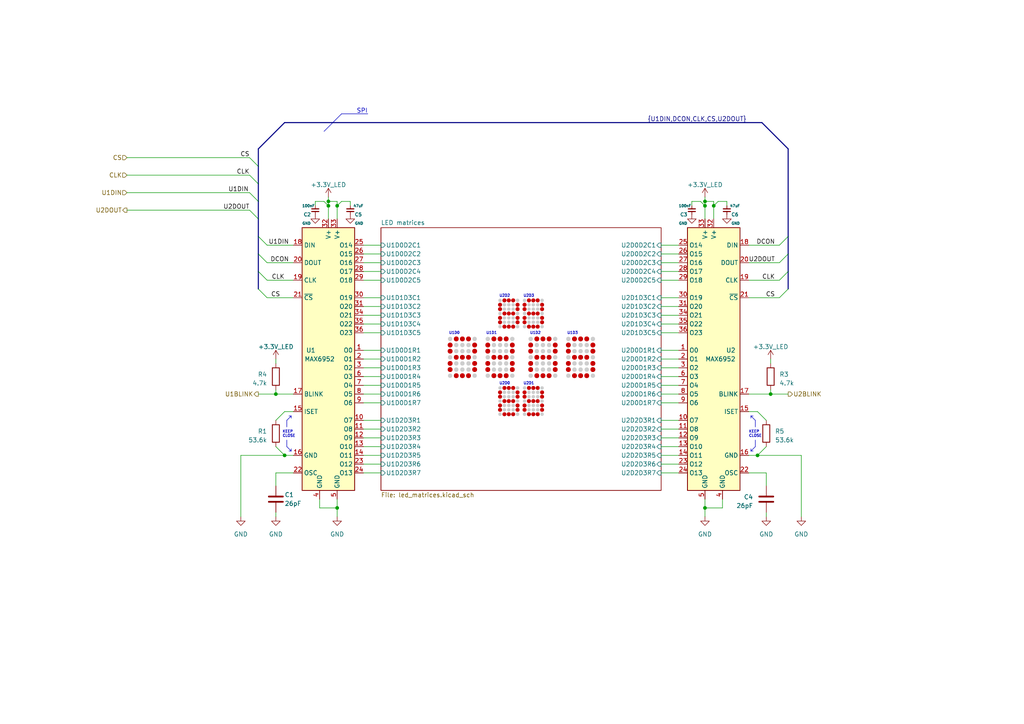
<source format=kicad_sch>
(kicad_sch (version 20230121) (generator eeschema)
  (paper "A4")
  (title_block (title "Broadcast Clock") (date "2024-05-06") (rev "v1.0") (company "https://espenandersen.no") (comment 1 "LED display"))
  (junction (at 95.25 59.69))
  (junction (at 204.47 147.32))
  (junction (at 204.47 59.69))
  (junction (at 207.01 59.69))
  (junction (at 204.47 58.42))
  (junction (at 82.55 132.08))
  (junction (at 223.52 114.3))
  (junction (at 97.79 59.69))
  (junction (at 80.01 114.3))
  (junction (at 97.79 147.32))
  (junction (at 95.25 58.42))
  (junction (at 219.71 132.08))
  (bus_entry (at 226.06 76.2) (size 2.54 -2.54))
  (bus_entry (at 72.39 45.72) (size 2.54 2.54))
  (bus_entry (at 74.93 68.58) (size 2.54 2.54))
  (bus_entry (at 226.06 86.36) (size 2.54 -2.54))
  (bus_entry (at 74.93 78.74) (size 2.54 2.54))
  (bus_entry (at 74.93 83.82) (size 2.54 2.54))
  (bus_entry (at 226.06 71.12) (size 2.54 -2.54))
  (bus_entry (at 72.39 50.8) (size 2.54 2.54))
  (bus_entry (at 74.93 73.66) (size 2.54 2.54))
  (bus_entry (at 74.93 63.5) (size -2.54 -2.54))
  (bus_entry (at 74.93 58.42) (size -2.54 -2.54))
  (bus_entry (at 226.06 81.28) (size 2.54 -2.54))
  (wire (pts (xy 82.55 132.08) (xy 85.09 132.08)))
  (wire (pts (xy 105.41 76.2) (xy 110.49 76.2)))
  (wire (pts (xy 105.41 96.52) (xy 110.49 96.52)))
  (wire (pts (xy 105.41 116.84) (xy 110.49 116.84)))
  (bus (pts (xy 74.93 43.18) (xy 82.55 35.56)))
  (wire (pts (xy 77.47 86.36) (xy 85.09 86.36)))
  (wire (pts (xy 191.77 76.2) (xy 196.85 76.2)))
  (wire (pts (xy 191.77 134.62) (xy 196.85 134.62)))
  (wire (pts (xy 191.77 109.22) (xy 196.85 109.22)))
  (wire (pts (xy 204.47 59.69) (xy 204.47 63.5)))
  (wire (pts (xy 210.82 59.69) (xy 210.82 58.42)))
  (wire (pts (xy 36.83 55.88) (xy 72.39 55.88)))
  (wire (pts (xy 97.79 58.42) (xy 97.79 59.69)))
  (bus (pts (xy 220.98 35.56) (xy 228.6 43.18)))
  (wire (pts (xy 217.17 114.3) (xy 223.52 114.3)))
  (wire (pts (xy 204.47 147.32) (xy 209.55 147.32)))
  (wire (pts (xy 191.77 106.68) (xy 196.85 106.68)))
  (wire (pts (xy 191.77 91.44) (xy 196.85 91.44)))
  (wire (pts (xy 191.77 81.28) (xy 196.85 81.28)))
  (polyline (pts (xy 99.06 33.02) (xy 106.68 33.02)))
  (wire (pts (xy 80.01 113.03) (xy 80.01 114.3)))
  (wire (pts (xy 105.41 78.74) (xy 110.49 78.74)))
  (polyline (pts (xy 219.075 127.635) (xy 219.075 129.54)))
  (wire (pts (xy 204.47 58.42) (xy 207.01 58.42)))
  (bus (pts (xy 74.93 78.74) (xy 74.93 83.82)))
  (bus (pts (xy 74.93 58.42) (xy 74.93 63.5)))
  (wire (pts (xy 93.98 58.42) (xy 95.25 59.69)))
  (wire (pts (xy 80.01 137.16) (xy 80.01 140.97)))
  (wire (pts (xy 191.77 86.36) (xy 196.85 86.36)))
  (wire (pts (xy 217.17 137.16) (xy 222.25 137.16)))
  (wire (pts (xy 80.01 104.14) (xy 80.01 105.41)))
  (wire (pts (xy 232.41 132.08) (xy 219.71 132.08)))
  (wire (pts (xy 191.77 116.84) (xy 196.85 116.84)))
  (wire (pts (xy 95.25 58.42) (xy 97.79 58.42)))
  (wire (pts (xy 191.77 124.46) (xy 196.85 124.46)))
  (wire (pts (xy 207.01 59.69) (xy 208.28 58.42)))
  (wire (pts (xy 222.25 148.59) (xy 222.25 149.86)))
  (bus (pts (xy 82.55 35.56) (xy 220.98 35.56)))
  (wire (pts (xy 223.52 114.3) (xy 228.6 114.3)))
  (wire (pts (xy 77.47 76.2) (xy 85.09 76.2)))
  (wire (pts (xy 219.71 119.38) (xy 217.17 119.38)))
  (wire (pts (xy 95.25 59.69) (xy 95.25 63.5)))
  (wire (pts (xy 191.77 101.6) (xy 196.85 101.6)))
  (wire (pts (xy 82.55 119.38) (xy 85.09 119.38)))
  (polyline (pts (xy 218.44 120.65) (xy 217.805 120.65)))
  (wire (pts (xy 80.01 114.3) (xy 85.09 114.3)))
  (polyline (pts (xy 84.455 120.65) (xy 84.455 121.285)))
  (wire (pts (xy 91.44 59.69) (xy 91.44 58.42)))
  (wire (pts (xy 105.41 109.22) (xy 110.49 109.22)))
  (polyline (pts (xy 83.185 129.54) (xy 84.455 130.81)))
  (wire (pts (xy 97.79 59.69) (xy 99.06 58.42)))
  (wire (pts (xy 105.41 106.68) (xy 110.49 106.68)))
  (bus (pts (xy 228.6 43.18) (xy 228.6 68.58)))
  (wire (pts (xy 77.47 71.12) (xy 85.09 71.12)))
  (wire (pts (xy 95.25 57.15) (xy 95.25 58.42)))
  (wire (pts (xy 191.77 88.9) (xy 196.85 88.9)))
  (wire (pts (xy 36.83 60.96) (xy 72.39 60.96)))
  (wire (pts (xy 105.41 73.66) (xy 110.49 73.66)))
  (wire (pts (xy 217.17 81.28) (xy 226.06 81.28)))
  (polyline (pts (xy 83.185 127.635) (xy 83.185 129.54)))
  (bus (pts (xy 74.93 48.26) (xy 74.93 43.18)))
  (polyline (pts (xy 217.805 120.65) (xy 217.805 121.285)))
  (wire (pts (xy 105.41 71.12) (xy 110.49 71.12)))
  (wire (pts (xy 191.77 129.54) (xy 196.85 129.54)))
  (polyline (pts (xy 217.805 130.175) (xy 217.805 130.81)))
  (wire (pts (xy 105.41 88.9) (xy 110.49 88.9)))
  (bus (pts (xy 74.93 68.58) (xy 74.93 63.5)))
  (wire (pts (xy 200.66 58.42) (xy 203.2 58.42)))
  (wire (pts (xy 209.55 144.78) (xy 209.55 147.32)))
  (wire (pts (xy 95.25 58.42) (xy 95.25 59.69)))
  (wire (pts (xy 222.25 121.92) (xy 219.71 119.38)))
  (polyline (pts (xy 83.185 123.825) (xy 83.185 121.92)))
  (wire (pts (xy 105.41 104.14) (xy 110.49 104.14)))
  (wire (pts (xy 217.17 86.36) (xy 226.06 86.36)))
  (wire (pts (xy 207.01 59.69) (xy 207.01 63.5)))
  (wire (pts (xy 204.47 147.32) (xy 204.47 149.86)))
  (polyline (pts (xy 84.455 130.175) (xy 84.455 130.81)))
  (wire (pts (xy 204.47 144.78) (xy 204.47 147.32)))
  (wire (pts (xy 97.79 144.78) (xy 97.79 147.32)))
  (wire (pts (xy 80.01 148.59) (xy 80.01 149.86)))
  (wire (pts (xy 222.25 129.54) (xy 219.71 132.08)))
  (bus (pts (xy 74.93 53.34) (xy 74.93 58.42)))
  (wire (pts (xy 191.77 93.98) (xy 196.85 93.98)))
  (wire (pts (xy 105.41 111.76) (xy 110.49 111.76)))
  (wire (pts (xy 74.93 114.3) (xy 80.01 114.3)))
  (wire (pts (xy 191.77 132.08) (xy 196.85 132.08)))
  (wire (pts (xy 191.77 96.52) (xy 196.85 96.52)))
  (wire (pts (xy 36.83 50.8) (xy 72.39 50.8)))
  (wire (pts (xy 203.2 58.42) (xy 204.47 59.69)))
  (wire (pts (xy 77.47 81.28) (xy 85.09 81.28)))
  (wire (pts (xy 105.41 93.98) (xy 110.49 93.98)))
  (wire (pts (xy 207.01 58.42) (xy 207.01 59.69)))
  (wire (pts (xy 204.47 58.42) (xy 204.47 59.69)))
  (wire (pts (xy 91.44 58.42) (xy 93.98 58.42)))
  (wire (pts (xy 105.41 91.44) (xy 110.49 91.44)))
  (wire (pts (xy 191.77 71.12) (xy 196.85 71.12)))
  (wire (pts (xy 69.85 132.08) (xy 82.55 132.08)))
  (wire (pts (xy 210.82 58.42) (xy 208.28 58.42)))
  (wire (pts (xy 101.6 59.69) (xy 101.6 58.42)))
  (wire (pts (xy 105.41 127) (xy 110.49 127)))
  (wire (pts (xy 223.52 104.14) (xy 223.52 105.41)))
  (wire (pts (xy 191.77 78.74) (xy 196.85 78.74)))
  (wire (pts (xy 191.77 104.14) (xy 196.85 104.14)))
  (polyline (pts (xy 93.98 38.1) (xy 99.06 33.02)))
  (wire (pts (xy 217.17 76.2) (xy 226.06 76.2)))
  (bus (pts (xy 228.6 68.58) (xy 228.6 73.66)))
  (wire (pts (xy 92.71 147.32) (xy 97.79 147.32)))
  (wire (pts (xy 219.71 132.08) (xy 217.17 132.08)))
  (wire (pts (xy 191.77 111.76) (xy 196.85 111.76)))
  (wire (pts (xy 204.47 57.15) (xy 204.47 58.42)))
  (wire (pts (xy 36.83 45.72) (xy 72.39 45.72)))
  (bus (pts (xy 74.93 53.34) (xy 74.93 48.26)))
  (wire (pts (xy 105.41 132.08) (xy 110.49 132.08)))
  (wire (pts (xy 191.77 121.92) (xy 196.85 121.92)))
  (wire (pts (xy 92.71 144.78) (xy 92.71 147.32)))
  (wire (pts (xy 191.77 114.3) (xy 196.85 114.3)))
  (bus (pts (xy 74.93 68.58) (xy 74.93 73.66)))
  (wire (pts (xy 80.01 129.54) (xy 82.55 132.08)))
  (wire (pts (xy 105.41 129.54) (xy 110.49 129.54)))
  (wire (pts (xy 223.52 113.03) (xy 223.52 114.3)))
  (wire (pts (xy 191.77 73.66) (xy 196.85 73.66)))
  (wire (pts (xy 101.6 58.42) (xy 99.06 58.42)))
  (wire (pts (xy 105.41 137.16) (xy 110.49 137.16)))
  (wire (pts (xy 105.41 81.28) (xy 110.49 81.28)))
  (wire (pts (xy 217.17 71.12) (xy 226.06 71.12)))
  (wire (pts (xy 191.77 137.16) (xy 196.85 137.16)))
  (polyline (pts (xy 218.44 130.81) (xy 217.805 130.81)))
  (wire (pts (xy 105.41 121.92) (xy 110.49 121.92)))
  (wire (pts (xy 105.41 114.3) (xy 110.49 114.3)))
  (wire (pts (xy 232.41 132.08) (xy 232.41 149.86)))
  (bus (pts (xy 228.6 73.66) (xy 228.6 78.74)))
  (wire (pts (xy 80.01 137.16) (xy 85.09 137.16)))
  (wire (pts (xy 97.79 59.69) (xy 97.79 63.5)))
  (polyline (pts (xy 219.075 129.54) (xy 217.805 130.81)))
  (polyline (pts (xy 83.185 121.92) (xy 84.455 120.65)))
  (bus (pts (xy 74.93 73.66) (xy 74.93 78.74)))
  (wire (pts (xy 69.85 132.08) (xy 69.85 149.86)))
  (wire (pts (xy 105.41 134.62) (xy 110.49 134.62)))
  (wire (pts (xy 80.01 121.92) (xy 82.55 119.38)))
  (wire (pts (xy 97.79 147.32) (xy 97.79 149.86)))
  (polyline (pts (xy 83.82 130.81) (xy 84.455 130.81)))
  (wire (pts (xy 105.41 101.6) (xy 110.49 101.6)))
  (polyline (pts (xy 83.82 120.65) (xy 84.455 120.65)))
  (wire (pts (xy 200.66 59.69) (xy 200.66 58.42)))
  (wire (pts (xy 191.77 127) (xy 196.85 127)))
  (wire (pts (xy 105.41 124.46) (xy 110.49 124.46)))
  (wire (pts (xy 222.25 137.16) (xy 222.25 140.97)))
  (polyline (pts (xy 219.075 123.825) (xy 219.075 121.92)))
  (bus (pts (xy 228.6 78.74) (xy 228.6 83.82)))
  (polyline (pts (xy 219.075 121.92) (xy 217.805 120.65)))
  (wire (pts (xy 105.41 86.36) (xy 110.49 86.36)))
  (circle (center 148.844 92.202) (radius 0.508) (stroke (width -0.0001) (color 72 0 0 1)) (fill (type color) (color 194 194 194 0.8)))
  (circle (center 130.556 108.966) (radius 0.635) (stroke (width -0.0001) (color 72 0 0 1)) (fill (type color) (color 194 194 194 0.8)))
  (circle (center 152.146 120.142) (radius 0.508) (stroke (width -0.0001) (color 72 0 0 1)) (fill (type color) (color 194 194 194 0.8)))
  (circle (center 171.958 98.298) (radius 0.635) (stroke (width -0.0001) (color 72 0 0 1)) (fill (type color) (color 194 194 194 0.8)))
  (circle (center 153.924 100.076) (radius 0.635) (stroke (width 0) (color 194 0 0 1)) (fill (type color) (color 194 0 0 1)))
  (circle (center 155.702 107.188) (radius 0.635) (stroke (width -0.0001) (color 72 0 0 1)) (fill (type color) (color 194 194 194 0.8)))
  (circle (center 171.958 100.076) (radius 0.635) (stroke (width 0) (color 194 0 0 1)) (fill (type color) (color 194 0 0 1)))
  (circle (center 141.478 107.188) (radius 0.635) (stroke (width 0) (color 194 0 0 1)) (fill (type color) (color 194 0 0 1)))
  (circle (center 155.956 94.742) (radius 0.508) (stroke (width 0) (color 194 0 0 1)) (fill (type color) (color 194 0 0 1)))
  (circle (center 154.686 120.142) (radius 0.508) (stroke (width 0) (color 194 0 0 1)) (fill (type color) (color 194 0 0 1)))
  (circle (center 143.256 103.632) (radius 0.635) (stroke (width 0) (color 194 0 0 1)) (fill (type color) (color 194 0 0 1)))
  (circle (center 143.256 105.41) (radius 0.635) (stroke (width -0.0001) (color 72 0 0 1)) (fill (type color) (color 194 194 194 0.8)))
  (circle (center 143.256 108.966) (radius 0.635) (stroke (width 0) (color 194 0 0 1)) (fill (type color) (color 194 0 0 1)))
  (circle (center 141.478 105.41) (radius 0.635) (stroke (width 0) (color 194 0 0 1)) (fill (type color) (color 194 0 0 1)))
  (circle (center 135.89 103.632) (radius 0.635) (stroke (width 0) (color 194 0 0 1)) (fill (type color) (color 194 0 0 1)))
  (circle (center 150.114 93.472) (radius 0.508) (stroke (width 0) (color 194 0 0 1)) (fill (type color) (color 194 0 0 1)))
  (circle (center 155.956 113.792) (radius 0.508) (stroke (width -0.0001) (color 72 0 0 1)) (fill (type color) (color 194 194 194 0.8)))
  (circle (center 157.48 98.298) (radius 0.635) (stroke (width 0) (color 194 0 0 1)) (fill (type color) (color 194 0 0 1)))
  (circle (center 171.958 108.966) (radius 0.635) (stroke (width -0.0001) (color 72 0 0 1)) (fill (type color) (color 194 194 194 0.8)))
  (circle (center 137.668 98.298) (radius 0.635) (stroke (width -0.0001) (color 72 0 0 1)) (fill (type color) (color 194 194 194 0.8)))
  (circle (center 164.846 100.076) (radius 0.635) (stroke (width 0) (color 194 0 0 1)) (fill (type color) (color 194 0 0 1)))
  (circle (center 147.574 118.872) (radius 0.508) (stroke (width -0.0001) (color 72 0 0 1)) (fill (type color) (color 194 194 194 0.8)))
  (circle (center 157.48 108.966) (radius 0.635) (stroke (width 0) (color 194 0 0 1)) (fill (type color) (color 194 0 0 1)))
  (circle (center 147.574 116.332) (radius 0.508) (stroke (width 0) (color 194 0 0 1)) (fill (type color) (color 194 0 0 1)))
  (circle (center 171.958 103.632) (radius 0.635) (stroke (width -0.0001) (color 72 0 0 1)) (fill (type color) (color 194 194 194 0.8)))
  (circle (center 146.304 120.142) (radius 0.508) (stroke (width 0) (color 194 0 0 1)) (fill (type color) (color 194 0 0 1)))
  (circle (center 146.304 92.202) (radius 0.508) (stroke (width -0.0001) (color 72 0 0 1)) (fill (type color) (color 194 194 194 0.8)))
  (circle (center 166.624 107.188) (radius 0.635) (stroke (width -0.0001) (color 72 0 0 1)) (fill (type color) (color 194 194 194 0.8)))
  (circle (center 161.036 107.188) (radius 0.635) (stroke (width 0) (color 194 0 0 1)) (fill (type color) (color 194 0 0 1)))
  (circle (center 155.956 112.522) (radius 0.508) (stroke (width 0) (color 194 0 0 1)) (fill (type color) (color 194 0 0 1)))
  (circle (center 147.574 89.662) (radius 0.508) (stroke (width -0.0001) (color 72 0 0 1)) (fill (type color) (color 194 194 194 0.8)))
  (circle (center 153.416 113.792) (radius 0.508) (stroke (width -0.0001) (color 72 0 0 1)) (fill (type color) (color 194 194 194 0.8)))
  (circle (center 170.18 103.632) (radius 0.635) (stroke (width 0) (color 194 0 0 1)) (fill (type color) (color 194 0 0 1)))
  (circle (center 145.034 105.41) (radius 0.635) (stroke (width -0.0001) (color 72 0 0 1)) (fill (type color) (color 194 194 194 0.8)))
  (circle (center 153.416 117.602) (radius 0.508) (stroke (width -0.0001) (color 72 0 0 1)) (fill (type color) (color 194 194 194 0.8)))
  (circle (center 153.416 120.142) (radius 0.508) (stroke (width 0) (color 194 0 0 1)) (fill (type color) (color 194 0 0 1)))
  (circle (center 155.956 88.392) (radius 0.508) (stroke (width -0.0001) (color 72 0 0 1)) (fill (type color) (color 194 194 194 0.8)))
  (circle (center 152.146 92.202) (radius 0.508) (stroke (width 0) (color 194 0 0 1)) (fill (type color) (color 194 0 0 1)))
  (circle (center 148.59 107.188) (radius 0.635) (stroke (width 0) (color 194 0 0 1)) (fill (type color) (color 194 0 0 1)))
  (circle (center 148.844 94.742) (radius 0.508) (stroke (width 0) (color 194 0 0 1)) (fill (type color) (color 194 0 0 1)))
  (circle (center 153.416 115.062) (radius 0.508) (stroke (width -0.0001) (color 72 0 0 1)) (fill (type color) (color 194 194 194 0.8)))
  (circle (center 137.668 100.076) (radius 0.635) (stroke (width 0) (color 194 0 0 1)) (fill (type color) (color 194 0 0 1)))
  (circle (center 170.18 98.298) (radius 0.635) (stroke (width 0) (color 194 0 0 1)) (fill (type color) (color 194 0 0 1)))
  (circle (center 134.112 107.188) (radius 0.635) (stroke (width -0.0001) (color 72 0 0 1)) (fill (type color) (color 194 194 194 0.8)))
  (circle (center 157.48 105.41) (radius 0.635) (stroke (width -0.0001) (color 72 0 0 1)) (fill (type color) (color 194 194 194 0.8)))
  (circle (center 155.956 120.142) (radius 0.508) (stroke (width 0) (color 194 0 0 1)) (fill (type color) (color 194 0 0 1)))
  (circle (center 157.226 87.122) (radius 0.508) (stroke (width -0.0001) (color 72 0 0 1)) (fill (type color) (color 194 194 194 0.8)))
  (circle (center 145.034 118.872) (radius 0.508) (stroke (width 0) (color 194 0 0 1)) (fill (type color) (color 194 0 0 1)))
  (circle (center 150.114 90.932) (radius 0.508) (stroke (width -0.0001) (color 72 0 0 1)) (fill (type color) (color 194 194 194 0.8)))
  (circle (center 132.334 101.854) (radius 0.635) (stroke (width -0.0001) (color 72 0 0 1)) (fill (type color) (color 194 194 194 0.8)))
  (circle (center 150.114 94.742) (radius 0.508) (stroke (width -0.0001) (color 72 0 0 1)) (fill (type color) (color 194 194 194 0.8)))
  (circle (center 147.574 94.742) (radius 0.508) (stroke (width 0) (color 194 0 0 1)) (fill (type color) (color 194 0 0 1)))
  (circle (center 164.846 108.966) (radius 0.635) (stroke (width -0.0001) (color 72 0 0 1)) (fill (type color) (color 194 194 194 0.8)))
  (circle (center 147.574 112.522) (radius 0.508) (stroke (width 0) (color 194 0 0 1)) (fill (type color) (color 194 0 0 1)))
  (circle (center 157.226 92.202) (radius 0.508) (stroke (width 0) (color 194 0 0 1)) (fill (type color) (color 194 0 0 1)))
  (circle (center 146.304 112.522) (radius 0.508) (stroke (width 0) (color 194 0 0 1)) (fill (type color) (color 194 0 0 1)))
  (circle (center 130.556 105.41) (radius 0.635) (stroke (width 0) (color 194 0 0 1)) (fill (type color) (color 194 0 0 1)))
  (circle (center 148.844 120.142) (radius 0.508) (stroke (width 0) (color 194 0 0 1)) (fill (type color) (color 194 0 0 1)))
  (circle (center 161.036 103.632) (radius 0.635) (stroke (width -0.0001) (color 72 0 0 1)) (fill (type color) (color 194 194 194 0.8)))
  (circle (center 148.59 103.632) (radius 0.635) (stroke (width -0.0001) (color 72 0 0 1)) (fill (type color) (color 194 194 194 0.8)))
  (circle (center 168.402 98.298) (radius 0.635) (stroke (width 0) (color 194 0 0 1)) (fill (type color) (color 194 0 0 1)))
  (circle (center 145.034 87.122) (radius 0.508) (stroke (width -0.0001) (color 72 0 0 1)) (fill (type color) (color 194 194 194 0.8)))
  (circle (center 153.416 92.202) (radius 0.508) (stroke (width -0.0001) (color 72 0 0 1)) (fill (type color) (color 194 194 194 0.8)))
  (circle (center 171.958 101.854) (radius 0.635) (stroke (width 0) (color 194 0 0 1)) (fill (type color) (color 194 0 0 1)))
  (circle (center 152.146 87.122) (radius 0.508) (stroke (width -0.0001) (color 72 0 0 1)) (fill (type color) (color 194 194 194 0.8)))
  (circle (center 145.034 108.966) (radius 0.635) (stroke (width 0) (color 194 0 0 1)) (fill (type color) (color 194 0 0 1)))
  (circle (center 154.686 88.392) (radius 0.508) (stroke (width -0.0001) (color 72 0 0 1)) (fill (type color) (color 194 194 194 0.8)))
  (circle (center 152.146 113.792) (radius 0.508) (stroke (width 0) (color 194 0 0 1)) (fill (type color) (color 194 0 0 1)))
  (circle (center 146.812 107.188) (radius 0.635) (stroke (width -0.0001) (color 72 0 0 1)) (fill (type color) (color 194 194 194 0.8)))
  (circle (center 148.844 115.062) (radius 0.508) (stroke (width -0.0001) (color 72 0 0 1)) (fill (type color) (color 194 194 194 0.8)))
  (circle (center 153.416 89.662) (radius 0.508) (stroke (width -0.0001) (color 72 0 0 1)) (fill (type color) (color 194 194 194 0.8)))
  (circle (center 154.686 116.332) (radius 0.508) (stroke (width 0) (color 194 0 0 1)) (fill (type color) (color 194 0 0 1)))
  (circle (center 147.574 113.792) (radius 0.508) (stroke (width -0.0001) (color 72 0 0 1)) (fill (type color) (color 194 194 194 0.8)))
  (circle (center 154.686 87.122) (radius 0.508) (stroke (width 0) (color 194 0 0 1)) (fill (type color) (color 194 0 0 1)))
  (circle (center 157.48 101.854) (radius 0.635) (stroke (width -0.0001) (color 72 0 0 1)) (fill (type color) (color 194 194 194 0.8)))
  (circle (center 155.956 93.472) (radius 0.508) (stroke (width -0.0001) (color 72 0 0 1)) (fill (type color) (color 194 194 194 0.8)))
  (circle (center 152.146 115.062) (radius 0.508) (stroke (width 0) (color 194 0 0 1)) (fill (type color) (color 194 0 0 1)))
  (circle (center 146.304 116.332) (radius 0.508) (stroke (width 0) (color 194 0 0 1)) (fill (type color) (color 194 0 0 1)))
  (circle (center 150.114 120.142) (radius 0.508) (stroke (width -0.0001) (color 72 0 0 1)) (fill (type color) (color 194 194 194 0.8)))
  (circle (center 155.702 108.966) (radius 0.635) (stroke (width 0) (color 194 0 0 1)) (fill (type color) (color 194 0 0 1)))
  (circle (center 137.668 108.966) (radius 0.635) (stroke (width -0.0001) (color 72 0 0 1)) (fill (type color) (color 194 194 194 0.8)))
  (circle (center 135.89 107.188) (radius 0.635) (stroke (width -0.0001) (color 72 0 0 1)) (fill (type color) (color 194 194 194 0.8)))
  (circle (center 132.334 103.632) (radius 0.635) (stroke (width 0) (color 194 0 0 1)) (fill (type color) (color 194 0 0 1)))
  (circle (center 150.114 112.522) (radius 0.508) (stroke (width -0.0001) (color 72 0 0 1)) (fill (type color) (color 194 194 194 0.8)))
  (circle (center 146.304 87.122) (radius 0.508) (stroke (width 0) (color 194 0 0 1)) (fill (type color) (color 194 0 0 1)))
  (circle (center 135.89 105.41) (radius 0.635) (stroke (width -0.0001) (color 72 0 0 1)) (fill (type color) (color 194 194 194 0.8)))
  (circle (center 146.812 108.966) (radius 0.635) (stroke (width 0) (color 194 0 0 1)) (fill (type color) (color 194 0 0 1)))
  (circle (center 164.846 98.298) (radius 0.635) (stroke (width -0.0001) (color 72 0 0 1)) (fill (type color) (color 194 194 194 0.8)))
  (circle (center 155.702 103.632) (radius 0.635) (stroke (width 0) (color 194 0 0 1)) (fill (type color) (color 194 0 0 1)))
  (circle (center 145.034 90.932) (radius 0.508) (stroke (width -0.0001) (color 72 0 0 1)) (fill (type color) (color 194 194 194 0.8)))
  (circle (center 147.574 120.142) (radius 0.508) (stroke (width 0) (color 194 0 0 1)) (fill (type color) (color 194 0 0 1)))
  (circle (center 146.812 98.298) (radius 0.635) (stroke (width 0) (color 194 0 0 1)) (fill (type color) (color 194 0 0 1)))
  (circle (center 148.844 113.792) (radius 0.508) (stroke (width -0.0001) (color 72 0 0 1)) (fill (type color) (color 194 194 194 0.8)))
  (circle (center 135.89 100.076) (radius 0.635) (stroke (width -0.0001) (color 72 0 0 1)) (fill (type color) (color 194 194 194 0.8)))
  (circle (center 164.846 107.188) (radius 0.635) (stroke (width 0) (color 194 0 0 1)) (fill (type color) (color 194 0 0 1)))
  (circle (center 146.304 113.792) (radius 0.508) (stroke (width -0.0001) (color 72 0 0 1)) (fill (type color) (color 194 194 194 0.8)))
  (circle (center 130.556 103.632) (radius 0.635) (stroke (width -0.0001) (color 72 0 0 1)) (fill (type color) (color 194 194 194 0.8)))
  (circle (center 157.226 93.472) (radius 0.508) (stroke (width 0) (color 194 0 0 1)) (fill (type color) (color 194 0 0 1)))
  (circle (center 132.334 108.966) (radius 0.635) (stroke (width 0) (color 194 0 0 1)) (fill (type color) (color 194 0 0 1)))
  (circle (center 150.114 89.662) (radius 0.508) (stroke (width 0) (color 194 0 0 1)) (fill (type color) (color 194 0 0 1)))
  (circle (center 154.686 89.662) (radius 0.508) (stroke (width -0.0001) (color 72 0 0 1)) (fill (type color) (color 194 194 194 0.8)))
  (circle (center 152.146 88.392) (radius 0.508) (stroke (width 0) (color 194 0 0 1)) (fill (type color) (color 194 0 0 1)))
  (circle (center 147.574 93.472) (radius 0.508) (stroke (width -0.0001) (color 72 0 0 1)) (fill (type color) (color 194 194 194 0.8)))
  (circle (center 145.034 92.202) (radius 0.508) (stroke (width 0) (color 194 0 0 1)) (fill (type color) (color 194 0 0 1)))
  (circle (center 148.844 88.392) (radius 0.508) (stroke (width -0.0001) (color 72 0 0 1)) (fill (type color) (color 194 194 194 0.8)))
  (circle (center 157.226 90.932) (radius 0.508) (stroke (width -0.0001) (color 72 0 0 1)) (fill (type color) (color 194 194 194 0.8)))
  (circle (center 168.402 107.188) (radius 0.635) (stroke (width -0.0001) (color 72 0 0 1)) (fill (type color) (color 194 194 194 0.8)))
  (circle (center 141.478 100.076) (radius 0.635) (stroke (width 0) (color 194 0 0 1)) (fill (type color) (color 194 0 0 1)))
  (circle (center 152.146 117.602) (radius 0.508) (stroke (width 0) (color 194 0 0 1)) (fill (type color) (color 194 0 0 1)))
  (circle (center 161.036 108.966) (radius 0.635) (stroke (width -0.0001) (color 72 0 0 1)) (fill (type color) (color 194 194 194 0.8)))
  (circle (center 150.114 117.602) (radius 0.508) (stroke (width 0) (color 194 0 0 1)) (fill (type color) (color 194 0 0 1)))
  (circle (center 157.48 100.076) (radius 0.635) (stroke (width -0.0001) (color 72 0 0 1)) (fill (type color) (color 194 194 194 0.8)))
  (circle (center 154.686 93.472) (radius 0.508) (stroke (width -0.0001) (color 72 0 0 1)) (fill (type color) (color 194 194 194 0.8)))
  (circle (center 145.034 120.142) (radius 0.508) (stroke (width -0.0001) (color 72 0 0 1)) (fill (type color) (color 194 194 194 0.8)))
  (circle (center 145.034 88.392) (radius 0.508) (stroke (width 0) (color 194 0 0 1)) (fill (type color) (color 194 0 0 1)))
  (circle (center 145.034 93.472) (radius 0.508) (stroke (width 0) (color 194 0 0 1)) (fill (type color) (color 194 0 0 1)))
  (circle (center 150.114 88.392) (radius 0.508) (stroke (width 0) (color 194 0 0 1)) (fill (type color) (color 194 0 0 1)))
  (circle (center 150.114 113.792) (radius 0.508) (stroke (width 0) (color 194 0 0 1)) (fill (type color) (color 194 0 0 1)))
  (circle (center 154.686 117.602) (radius 0.508) (stroke (width -0.0001) (color 72 0 0 1)) (fill (type color) (color 194 194 194 0.8)))
  (circle (center 146.304 89.662) (radius 0.508) (stroke (width -0.0001) (color 72 0 0 1)) (fill (type color) (color 194 194 194 0.8)))
  (circle (center 152.146 118.872) (radius 0.508) (stroke (width 0) (color 194 0 0 1)) (fill (type color) (color 194 0 0 1)))
  (circle (center 147.574 90.932) (radius 0.508) (stroke (width 0) (color 194 0 0 1)) (fill (type color) (color 194 0 0 1)))
  (circle (center 148.844 89.662) (radius 0.508) (stroke (width -0.0001) (color 72 0 0 1)) (fill (type color) (color 194 194 194 0.8)))
  (circle (center 161.036 105.41) (radius 0.635) (stroke (width 0) (color 194 0 0 1)) (fill (type color) (color 194 0 0 1)))
  (circle (center 146.304 117.602) (radius 0.508) (stroke (width -0.0001) (color 72 0 0 1)) (fill (type color) (color 194 194 194 0.8)))
  (circle (center 135.89 98.298) (radius 0.635) (stroke (width 0) (color 194 0 0 1)) (fill (type color) (color 194 0 0 1)))
  (circle (center 152.146 93.472) (radius 0.508) (stroke (width 0) (color 194 0 0 1)) (fill (type color) (color 194 0 0 1)))
  (circle (center 145.034 113.792) (radius 0.508) (stroke (width 0) (color 194 0 0 1)) (fill (type color) (color 194 0 0 1)))
  (circle (center 148.59 108.966) (radius 0.635) (stroke (width -0.0001) (color 72 0 0 1)) (fill (type color) (color 194 194 194 0.8)))
  (circle (center 159.258 107.188) (radius 0.635) (stroke (width -0.0001) (color 72 0 0 1)) (fill (type color) (color 194 194 194 0.8)))
  (circle (center 130.556 100.076) (radius 0.635) (stroke (width 0) (color 194 0 0 1)) (fill (type color) (color 194 0 0 1)))
  (circle (center 132.334 100.076) (radius 0.635) (stroke (width -0.0001) (color 72 0 0 1)) (fill (type color) (color 194 194 194 0.8)))
  (circle (center 143.256 107.188) (radius 0.635) (stroke (width -0.0001) (color 72 0 0 1)) (fill (type color) (color 194 194 194 0.8)))
  (circle (center 166.624 101.854) (radius 0.635) (stroke (width -0.0001) (color 72 0 0 1)) (fill (type color) (color 194 194 194 0.8)))
  (circle (center 141.478 101.854) (radius 0.635) (stroke (width 0) (color 194 0 0 1)) (fill (type color) (color 194 0 0 1)))
  (circle (center 147.574 117.602) (radius 0.508) (stroke (width -0.0001) (color 72 0 0 1)) (fill (type color) (color 194 194 194 0.8)))
  (circle (center 153.924 98.298) (radius 0.635) (stroke (width -0.0001) (color 72 0 0 1)) (fill (type color) (color 194 194 194 0.8)))
  (circle (center 159.258 105.41) (radius 0.635) (stroke (width -0.0001) (color 72 0 0 1)) (fill (type color) (color 194 194 194 0.8)))
  (circle (center 171.958 105.41) (radius 0.635) (stroke (width 0) (color 194 0 0 1)) (fill (type color) (color 194 0 0 1)))
  (circle (center 145.034 94.742) (radius 0.508) (stroke (width -0.0001) (color 72 0 0 1)) (fill (type color) (color 194 194 194 0.8)))
  (circle (center 168.402 103.632) (radius 0.635) (stroke (width 0) (color 194 0 0 1)) (fill (type color) (color 194 0 0 1)))
  (circle (center 155.956 118.872) (radius 0.508) (stroke (width -0.0001) (color 72 0 0 1)) (fill (type color) (color 194 194 194 0.8)))
  (circle (center 153.416 116.332) (radius 0.508) (stroke (width 0) (color 194 0 0 1)) (fill (type color) (color 194 0 0 1)))
  (circle (center 168.402 100.076) (radius 0.635) (stroke (width -0.0001) (color 72 0 0 1)) (fill (type color) (color 194 194 194 0.8)))
  (circle (center 137.668 101.854) (radius 0.635) (stroke (width 0) (color 194 0 0 1)) (fill (type color) (color 194 0 0 1)))
  (circle (center 153.924 108.966) (radius 0.635) (stroke (width -0.0001) (color 72 0 0 1)) (fill (type color) (color 194 194 194 0.8)))
  (circle (center 132.334 105.41) (radius 0.635) (stroke (width -0.0001) (color 72 0 0 1)) (fill (type color) (color 194 194 194 0.8)))
  (circle (center 154.686 115.062) (radius 0.508) (stroke (width -0.0001) (color 72 0 0 1)) (fill (type color) (color 194 194 194 0.8)))
  (circle (center 152.146 112.522) (radius 0.508) (stroke (width -0.0001) (color 72 0 0 1)) (fill (type color) (color 194 194 194 0.8)))
  (circle (center 137.668 105.41) (radius 0.635) (stroke (width 0) (color 194 0 0 1)) (fill (type color) (color 194 0 0 1)))
  (circle (center 152.146 90.932) (radius 0.508) (stroke (width -0.0001) (color 72 0 0 1)) (fill (type color) (color 194 194 194 0.8)))
  (circle (center 141.478 103.632) (radius 0.635) (stroke (width -0.0001) (color 72 0 0 1)) (fill (type color) (color 194 194 194 0.8)))
  (circle (center 130.556 101.854) (radius 0.635) (stroke (width 0) (color 194 0 0 1)) (fill (type color) (color 194 0 0 1)))
  (circle (center 134.112 101.854) (radius 0.635) (stroke (width -0.0001) (color 72 0 0 1)) (fill (type color) (color 194 194 194 0.8)))
  (circle (center 157.226 88.392) (radius 0.508) (stroke (width 0) (color 194 0 0 1)) (fill (type color) (color 194 0 0 1)))
  (circle (center 155.702 98.298) (radius 0.635) (stroke (width 0) (color 194 0 0 1)) (fill (type color) (color 194 0 0 1)))
  (circle (center 145.034 89.662) (radius 0.508) (stroke (width 0) (color 194 0 0 1)) (fill (type color) (color 194 0 0 1)))
  (circle (center 150.114 116.332) (radius 0.508) (stroke (width -0.0001) (color 72 0 0 1)) (fill (type color) (color 194 194 194 0.8)))
  (circle (center 153.416 90.932) (radius 0.508) (stroke (width 0) (color 194 0 0 1)) (fill (type color) (color 194 0 0 1)))
  (circle (center 143.256 98.298) (radius 0.635) (stroke (width 0) (color 194 0 0 1)) (fill (type color) (color 194 0 0 1)))
  (circle (center 150.114 118.872) (radius 0.508) (stroke (width 0) (color 194 0 0 1)) (fill (type color) (color 194 0 0 1)))
  (circle (center 147.574 115.062) (radius 0.508) (stroke (width -0.0001) (color 72 0 0 1)) (fill (type color) (color 194 194 194 0.8)))
  (circle (center 155.956 87.122) (radius 0.508) (stroke (width 0) (color 194 0 0 1)) (fill (type color) (color 194 0 0 1)))
  (circle (center 153.416 87.122) (radius 0.508) (stroke (width 0) (color 194 0 0 1)) (fill (type color) (color 194 0 0 1)))
  (circle (center 159.258 108.966) (radius 0.635) (stroke (width 0) (color 194 0 0 1)) (fill (type color) (color 194 0 0 1)))
  (circle (center 152.146 89.662) (radius 0.508) (stroke (width 0) (color 194 0 0 1)) (fill (type color) (color 194 0 0 1)))
  (circle (center 157.226 94.742) (radius 0.508) (stroke (width -0.0001) (color 72 0 0 1)) (fill (type color) (color 194 194 194 0.8)))
  (circle (center 135.89 101.854) (radius 0.635) (stroke (width -0.0001) (color 72 0 0 1)) (fill (type color) (color 194 194 194 0.8)))
  (circle (center 161.036 101.854) (radius 0.635) (stroke (width 0) (color 194 0 0 1)) (fill (type color) (color 194 0 0 1)))
  (circle (center 153.416 94.742) (radius 0.508) (stroke (width 0) (color 194 0 0 1)) (fill (type color) (color 194 0 0 1)))
  (circle (center 155.956 115.062) (radius 0.508) (stroke (width -0.0001) (color 72 0 0 1)) (fill (type color) (color 194 194 194 0.8)))
  (circle (center 146.304 94.742) (radius 0.508) (stroke (width 0) (color 194 0 0 1)) (fill (type color) (color 194 0 0 1)))
  (circle (center 154.686 118.872) (radius 0.508) (stroke (width -0.0001) (color 72 0 0 1)) (fill (type color) (color 194 194 194 0.8)))
  (circle (center 145.034 116.332) (radius 0.508) (stroke (width -0.0001) (color 72 0 0 1)) (fill (type color) (color 194 194 194 0.8)))
  (circle (center 146.812 103.632) (radius 0.635) (stroke (width 0) (color 194 0 0 1)) (fill (type color) (color 194 0 0 1)))
  (circle (center 145.034 100.076) (radius 0.635) (stroke (width -0.0001) (color 72 0 0 1)) (fill (type color) (color 194 194 194 0.8)))
  (circle (center 157.48 103.632) (radius 0.635) (stroke (width 0) (color 194 0 0 1)) (fill (type color) (color 194 0 0 1)))
  (circle (center 147.574 88.392) (radius 0.508) (stroke (width -0.0001) (color 72 0 0 1)) (fill (type color) (color 194 194 194 0.8)))
  (circle (center 146.304 115.062) (radius 0.508) (stroke (width -0.0001) (color 72 0 0 1)) (fill (type color) (color 194 194 194 0.8)))
  (circle (center 161.036 98.298) (radius 0.635) (stroke (width -0.0001) (color 72 0 0 1)) (fill (type color) (color 194 194 194 0.8)))
  (circle (center 147.574 87.122) (radius 0.508) (stroke (width 0) (color 194 0 0 1)) (fill (type color) (color 194 0 0 1)))
  (circle (center 145.034 117.602) (radius 0.508) (stroke (width 0) (color 194 0 0 1)) (fill (type color) (color 194 0 0 1)))
  (circle (center 146.304 118.872) (radius 0.508) (stroke (width -0.0001) (color 72 0 0 1)) (fill (type color) (color 194 194 194 0.8)))
  (circle (center 152.146 94.742) (radius 0.508) (stroke (width -0.0001) (color 72 0 0 1)) (fill (type color) (color 194 194 194 0.8)))
  (circle (center 132.334 98.298) (radius 0.635) (stroke (width 0) (color 194 0 0 1)) (fill (type color) (color 194 0 0 1)))
  (circle (center 161.036 100.076) (radius 0.635) (stroke (width 0) (color 194 0 0 1)) (fill (type color) (color 194 0 0 1)))
  (circle (center 148.844 117.602) (radius 0.508) (stroke (width -0.0001) (color 72 0 0 1)) (fill (type color) (color 194 194 194 0.8)))
  (circle (center 148.844 87.122) (radius 0.508) (stroke (width 0) (color 194 0 0 1)) (fill (type color) (color 194 0 0 1)))
  (circle (center 155.956 90.932) (radius 0.508) (stroke (width 0) (color 194 0 0 1)) (fill (type color) (color 194 0 0 1)))
  (circle (center 157.226 116.332) (radius 0.508) (stroke (width -0.0001) (color 72 0 0 1)) (fill (type color) (color 194 194 194 0.8)))
  (circle (center 130.556 98.298) (radius 0.635) (stroke (width -0.0001) (color 72 0 0 1)) (fill (type color) (color 194 194 194 0.8)))
  (circle (center 145.034 107.188) (radius 0.635) (stroke (width -0.0001) (color 72 0 0 1)) (fill (type color) (color 194 194 194 0.8)))
  (circle (center 164.846 105.41) (radius 0.635) (stroke (width 0) (color 194 0 0 1)) (fill (type color) (color 194 0 0 1)))
  (circle (center 154.686 112.522) (radius 0.508) (stroke (width 0) (color 194 0 0 1)) (fill (type color) (color 194 0 0 1)))
  (circle (center 150.114 115.062) (radius 0.508) (stroke (width 0) (color 194 0 0 1)) (fill (type color) (color 194 0 0 1)))
  (circle (center 154.686 90.932) (radius 0.508) (stroke (width 0) (color 194 0 0 1)) (fill (type color) (color 194 0 0 1)))
  (circle (center 154.686 94.742) (radius 0.508) (stroke (width 0) (color 194 0 0 1)) (fill (type color) (color 194 0 0 1)))
  (circle (center 132.334 107.188) (radius 0.635) (stroke (width -0.0001) (color 72 0 0 1)) (fill (type color) (color 194 194 194 0.8)))
  (circle (center 159.258 103.632) (radius 0.635) (stroke (width 0) (color 194 0 0 1)) (fill (type color) (color 194 0 0 1)))
  (circle (center 154.686 92.202) (radius 0.508) (stroke (width -0.0001) (color 72 0 0 1)) (fill (type color) (color 194 194 194 0.8)))
  (circle (center 159.258 101.854) (radius 0.635) (stroke (width -0.0001) (color 72 0 0 1)) (fill (type color) (color 194 194 194 0.8)))
  (circle (center 166.624 108.966) (radius 0.635) (stroke (width 0) (color 194 0 0 1)) (fill (type color) (color 194 0 0 1)))
  (circle (center 168.402 101.854) (radius 0.635) (stroke (width -0.0001) (color 72 0 0 1)) (fill (type color) (color 194 194 194 0.8)))
  (circle (center 145.034 98.298) (radius 0.635) (stroke (width 0) (color 194 0 0 1)) (fill (type color) (color 194 0 0 1)))
  (circle (center 166.624 98.298) (radius 0.635) (stroke (width 0) (color 194 0 0 1)) (fill (type color) (color 194 0 0 1)))
  (circle (center 155.956 92.202) (radius 0.508) (stroke (width -0.0001) (color 72 0 0 1)) (fill (type color) (color 194 194 194 0.8)))
  (circle (center 146.304 90.932) (radius 0.508) (stroke (width 0) (color 194 0 0 1)) (fill (type color) (color 194 0 0 1)))
  (circle (center 148.59 105.41) (radius 0.635) (stroke (width 0) (color 194 0 0 1)) (fill (type color) (color 194 0 0 1)))
  (circle (center 148.59 100.076) (radius 0.635) (stroke (width 0) (color 194 0 0 1)) (fill (type color) (color 194 0 0 1)))
  (circle (center 145.034 115.062) (radius 0.508) (stroke (width 0) (color 194 0 0 1)) (fill (type color) (color 194 0 0 1)))
  (circle (center 170.18 105.41) (radius 0.635) (stroke (width -0.0001) (color 72 0 0 1)) (fill (type color) (color 194 194 194 0.8)))
  (circle (center 166.624 103.632) (radius 0.635) (stroke (width 0) (color 194 0 0 1)) (fill (type color) (color 194 0 0 1)))
  (circle (center 155.702 105.41) (radius 0.635) (stroke (width -0.0001) (color 72 0 0 1)) (fill (type color) (color 194 194 194 0.8)))
  (circle (center 146.812 105.41) (radius 0.635) (stroke (width -0.0001) (color 72 0 0 1)) (fill (type color) (color 194 194 194 0.8)))
  (circle (center 148.844 93.472) (radius 0.508) (stroke (width -0.0001) (color 72 0 0 1)) (fill (type color) (color 194 194 194 0.8)))
  (circle (center 146.812 100.076) (radius 0.635) (stroke (width -0.0001) (color 72 0 0 1)) (fill (type color) (color 194 194 194 0.8)))
  (circle (center 141.478 108.966) (radius 0.635) (stroke (width -0.0001) (color 72 0 0 1)) (fill (type color) (color 194 194 194 0.8)))
  (circle (center 157.48 107.188) (radius 0.635) (stroke (width -0.0001) (color 72 0 0 1)) (fill (type color) (color 194 194 194 0.8)))
  (circle (center 170.18 100.076) (radius 0.635) (stroke (width -0.0001) (color 72 0 0 1)) (fill (type color) (color 194 194 194 0.8)))
  (circle (center 155.702 101.854) (radius 0.635) (stroke (width -0.0001) (color 72 0 0 1)) (fill (type color) (color 194 194 194 0.8)))
  (circle (center 146.304 93.472) (radius 0.508) (stroke (width -0.0001) (color 72 0 0 1)) (fill (type color) (color 194 194 194 0.8)))
  (circle (center 154.686 113.792) (radius 0.508) (stroke (width -0.0001) (color 72 0 0 1)) (fill (type color) (color 194 194 194 0.8)))
  (circle (center 170.18 107.188) (radius 0.635) (stroke (width -0.0001) (color 72 0 0 1)) (fill (type color) (color 194 194 194 0.8)))
  (circle (center 148.844 116.332) (radius 0.508) (stroke (width 0) (color 194 0 0 1)) (fill (type color) (color 194 0 0 1)))
  (circle (center 146.304 88.392) (radius 0.508) (stroke (width -0.0001) (color 72 0 0 1)) (fill (type color) (color 194 194 194 0.8)))
  (circle (center 150.114 87.122) (radius 0.508) (stroke (width -0.0001) (color 72 0 0 1)) (fill (type color) (color 194 194 194 0.8)))
  (circle (center 148.844 112.522) (radius 0.508) (stroke (width 0) (color 194 0 0 1)) (fill (type color) (color 194 0 0 1)))
  (circle (center 143.256 100.076) (radius 0.635) (stroke (width -0.0001) (color 72 0 0 1)) (fill (type color) (color 194 194 194 0.8)))
  (circle (center 153.416 112.522) (radius 0.508) (stroke (width 0) (color 194 0 0 1)) (fill (type color) (color 194 0 0 1)))
  (circle (center 150.114 92.202) (radius 0.508) (stroke (width 0) (color 194 0 0 1)) (fill (type color) (color 194 0 0 1)))
  (circle (center 153.924 107.188) (radius 0.635) (stroke (width 0) (color 194 0 0 1)) (fill (type color) (color 194 0 0 1)))
  (circle (center 137.668 107.188) (radius 0.635) (stroke (width 0) (color 194 0 0 1)) (fill (type color) (color 194 0 0 1)))
  (circle (center 155.702 100.076) (radius 0.635) (stroke (width -0.0001) (color 72 0 0 1)) (fill (type color) (color 194 194 194 0.8)))
  (circle (center 145.034 101.854) (radius 0.635) (stroke (width -0.0001) (color 72 0 0 1)) (fill (type color) (color 194 194 194 0.8)))
  (circle (center 168.402 108.966) (radius 0.635) (stroke (width 0) (color 194 0 0 1)) (fill (type color) (color 194 0 0 1)))
  (circle (center 153.416 118.872) (radius 0.508) (stroke (width -0.0001) (color 72 0 0 1)) (fill (type color) (color 194 194 194 0.8)))
  (circle (center 148.59 101.854) (radius 0.635) (stroke (width 0) (color 194 0 0 1)) (fill (type color) (color 194 0 0 1)))
  (circle (center 153.924 101.854) (radius 0.635) (stroke (width 0) (color 194 0 0 1)) (fill (type color) (color 194 0 0 1)))
  (circle (center 148.59 98.298) (radius 0.635) (stroke (width -0.0001) (color 72 0 0 1)) (fill (type color) (color 194 194 194 0.8)))
  (circle (center 170.18 101.854) (radius 0.635) (stroke (width -0.0001) (color 72 0 0 1)) (fill (type color) (color 194 194 194 0.8)))
  (circle (center 143.256 101.854) (radius 0.635) (stroke (width -0.0001) (color 72 0 0 1)) (fill (type color) (color 194 194 194 0.8)))
  (circle (center 141.478 98.298) (radius 0.635) (stroke (width -0.0001) (color 72 0 0 1)) (fill (type color) (color 194 194 194 0.8)))
  (circle (center 153.924 105.41) (radius 0.635) (stroke (width 0) (color 194 0 0 1)) (fill (type color) (color 194 0 0 1)))
  (circle (center 157.226 117.602) (radius 0.508) (stroke (width 0) (color 194 0 0 1)) (fill (type color) (color 194 0 0 1)))
  (circle (center 170.18 108.966) (radius 0.635) (stroke (width 0) (color 194 0 0 1)) (fill (type color) (color 194 0 0 1)))
  (circle (center 164.846 103.632) (radius 0.635) (stroke (width -0.0001) (color 72 0 0 1)) (fill (type color) (color 194 194 194 0.8)))
  (circle (center 164.846 101.854) (radius 0.635) (stroke (width 0) (color 194 0 0 1)) (fill (type color) (color 194 0 0 1)))
  (circle (center 166.624 105.41) (radius 0.635) (stroke (width -0.0001) (color 72 0 0 1)) (fill (type color) (color 194 194 194 0.8)))
  (circle (center 134.112 105.41) (radius 0.635) (stroke (width -0.0001) (color 72 0 0 1)) (fill (type color) (color 194 194 194 0.8)))
  (circle (center 146.812 101.854) (radius 0.635) (stroke (width -0.0001) (color 72 0 0 1)) (fill (type color) (color 194 194 194 0.8)))
  (circle (center 159.258 98.298) (radius 0.635) (stroke (width 0) (color 194 0 0 1)) (fill (type color) (color 194 0 0 1)))
  (circle (center 134.112 108.966) (radius 0.635) (stroke (width 0) (color 194 0 0 1)) (fill (type color) (color 194 0 0 1)))
  (circle (center 155.956 89.662) (radius 0.508) (stroke (width -0.0001) (color 72 0 0 1)) (fill (type color) (color 194 194 194 0.8)))
  (circle (center 145.034 112.522) (radius 0.508) (stroke (width -0.0001) (color 72 0 0 1)) (fill (type color) (color 194 194 194 0.8)))
  (circle (center 147.574 92.202) (radius 0.508) (stroke (width -0.0001) (color 72 0 0 1)) (fill (type color) (color 194 194 194 0.8)))
  (circle (center 153.416 88.392) (radius 0.508) (stroke (width -0.0001) (color 72 0 0 1)) (fill (type color) (color 194 194 194 0.8)))
  (circle (center 166.624 100.076) (radius 0.635) (stroke (width -0.0001) (color 72 0 0 1)) (fill (type color) (color 194 194 194 0.8)))
  (circle (center 157.226 113.792) (radius 0.508) (stroke (width 0) (color 194 0 0 1)) (fill (type color) (color 194 0 0 1)))
  (circle (center 159.258 100.076) (radius 0.635) (stroke (width -0.0001) (color 72 0 0 1)) (fill (type color) (color 194 194 194 0.8)))
  (circle (center 153.924 103.632) (radius 0.635) (stroke (width -0.0001) (color 72 0 0 1)) (fill (type color) (color 194 194 194 0.8)))
  (circle (center 145.034 103.632) (radius 0.635) (stroke (width 0) (color 194 0 0 1)) (fill (type color) (color 194 0 0 1)))
  (circle (center 134.112 98.298) (radius 0.635) (stroke (width 0) (color 194 0 0 1)) (fill (type color) (color 194 0 0 1)))
  (circle (center 157.226 120.142) (radius 0.508) (stroke (width -0.0001) (color 72 0 0 1)) (fill (type color) (color 194 194 194 0.8)))
  (circle (center 157.226 112.522) (radius 0.508) (stroke (width -0.0001) (color 72 0 0 1)) (fill (type color) (color 194 194 194 0.8)))
  (circle (center 134.112 103.632) (radius 0.635) (stroke (width 0) (color 194 0 0 1)) (fill (type color) (color 194 0 0 1)))
  (circle (center 155.956 116.332) (radius 0.508) (stroke (width 0) (color 194 0 0 1)) (fill (type color) (color 194 0 0 1)))
  (circle (center 153.416 93.472) (radius 0.508) (stroke (width -0.0001) (color 72 0 0 1)) (fill (type color) (color 194 194 194 0.8)))
  (circle (center 134.112 100.076) (radius 0.635) (stroke (width -0.0001) (color 72 0 0 1)) (fill (type color) (color 194 194 194 0.8)))
  (circle (center 148.844 90.932) (radius 0.508) (stroke (width 0) (color 194 0 0 1)) (fill (type color) (color 194 0 0 1)))
  (circle (center 135.89 108.966) (radius 0.635) (stroke (width 0) (color 194 0 0 1)) (fill (type color) (color 194 0 0 1)))
  (circle (center 157.226 89.662) (radius 0.508) (stroke (width 0) (color 194 0 0 1)) (fill (type color) (color 194 0 0 1)))
  (circle (center 157.226 115.062) (radius 0.508) (stroke (width 0) (color 194 0 0 1)) (fill (type color) (color 194 0 0 1)))
  (circle (center 168.402 105.41) (radius 0.635) (stroke (width -0.0001) (color 72 0 0 1)) (fill (type color) (color 194 194 194 0.8)))
  (circle (center 152.146 116.332) (radius 0.508) (stroke (width -0.0001) (color 72 0 0 1)) (fill (type color) (color 194 194 194 0.8)))
  (circle (center 148.844 118.872) (radius 0.508) (stroke (width -0.0001) (color 72 0 0 1)) (fill (type color) (color 194 194 194 0.8)))
  (circle (center 157.226 118.872) (radius 0.508) (stroke (width 0) (color 194 0 0 1)) (fill (type color) (color 194 0 0 1)))
  (circle (center 137.668 103.632) (radius 0.635) (stroke (width -0.0001) (color 72 0 0 1)) (fill (type color) (color 194 194 194 0.8)))
  (circle (center 171.958 107.188) (radius 0.635) (stroke (width 0) (color 194 0 0 1)) (fill (type color) (color 194 0 0 1)))
  (circle (center 130.556 107.188) (radius 0.635) (stroke (width 0) (color 194 0 0 1)) (fill (type color) (color 194 0 0 1)))
  (circle (center 155.956 117.602) (radius 0.508) (stroke (width -0.0001) (color 72 0 0 1)) (fill (type color) (color 194 194 194 0.8)))
  (text "U1D3" (at 164.465 97.155 0) (effects (font (size 0.762 0.762)) (justify left bottom)))
  (text "KEEP\nCLOSE" (at 81.915 127 0) (effects (font (size 0.762 0.762)) (justify left bottom)))
  (text "SPI" (at 106.68 33.02 0) (effects (font (size 1.27 1.27)) (justify right bottom)))
  (text "U1D2" (at 153.67 97.155 0) (effects (font (size 0.762 0.762)) (justify left bottom)))
  (text "KEEP\nCLOSE" (at 217.17 127 0) (effects (font (size 0.762 0.762)) (justify left bottom)))
  (text "U2D3" (at 151.765 86.36 0) (effects (font (size 0.762 0.762)) (justify left bottom)))
  (text "U1D0" (at 130.175 97.155 0) (effects (font (size 0.762 0.762)) (justify left bottom)))
  (text "U2D2" (at 144.78 86.36 0) (effects (font (size 0.762 0.762)) (justify left bottom)))
  (text "U1D1" (at 140.97 97.155 0) (effects (font (size 0.762 0.762)) (justify left bottom)))
  (text "U2D0" (at 144.78 111.76 0) (effects (font (size 0.762 0.762)) (justify left bottom)))
  (text "U2D1" (at 151.765 111.76 0) (effects (font (size 0.762 0.762)) (justify left bottom)))
  (label "U2DOUT" (at 224.79 76.2 180))
  (label "CS" (at 72.39 45.72 180))
  (label "{U1DIN,DCON,CLK,CS,U2DOUT}" (at 216.535 35.56 180))
  (label "CS" (at 81.28 86.36 180))
  (label "U1DIN" (at 83.82 71.12 180))
  (label "DCON" (at 83.82 76.2 180))
  (label "U2DOUT" (at 72.39 60.96 180))
  (label "CLK" (at 224.79 81.28 180))
  (label "U1DIN" (at 72.136 55.88 180))
  (label "CS" (at 224.79 86.36 180))
  (label "CLK" (at 72.39 50.8 180))
  (label "DCON" (at 224.79 71.12 180))
  (label "CLK" (at 82.55 81.28 180))
  (hierarchical_label "CS" (shape input) (at 36.83 45.72 180))
  (hierarchical_label "U2DOUT" (shape output) (at 36.83 60.96 180))
  (hierarchical_label "U1DIN" (shape input) (at 36.83 55.88 180))
  (hierarchical_label "U2BLINK" (shape output) (at 228.6 114.3 0))
  (hierarchical_label "U1BLINK" (shape output) (at 74.93 114.3 180))
  (hierarchical_label "CLK" (shape input) (at 36.83 50.8 180))
  (symbol (lib_id "power_espena:+3.3V_LED") (at 95.25 57.15 0) (unit 1)
    (property "Reference" "#PWR0218" (effects hide))
    (property "Value" "+3.3V_LED" (at 95.25 53.594 0))
  )
  (symbol (lib_id "power:GND") (at 91.44 62.23 0) (mirror y) (unit 1)
    (property "Reference" "#PWR0216" (effects hide))
    (property "Value" "GND" (at 88.9 64.77 0) (effects (font (size 0.762 0.762))))
  )
  (symbol (lib_id "Device:R") (at 80.01 125.73 0) (unit 1)
    (property "Reference" "R1" (at 77.47 125.095 0) (effects (justify right)))
    (property "Value" "53.6k" (at 77.47 127.635 0) (effects (justify right)))
    (property "Footprint" "Resistor_SMD:R_0805_2012Metric" (effects hide))
  )
  (symbol (lib_id "Driver_LED_espena:MAX6952EAX") (at 207.01 104.14 0) (mirror y) (unit 1)
    (property "Reference" "U2" (at 213.36 101.6 0) (effects (justify left)))
    (property "Value" "MAX6952" (at 213.36 104.14 0) (effects (justify left)))
    (property "Footprint" "Package_SO_espena:SSOP-36_7.5x12.5mm_P0.65mm" (effects hide))
    (property "Datasheet" "https://www.analog.com/MAX6952/datasheet" (effects hide))
  )
  (symbol (lib_id "Device:R") (at 222.25 125.73 0) (mirror y) (unit 1)
    (property "Reference" "R5" (at 224.79 125.095 0) (effects (justify right)))
    (property "Value" "53.6k" (at 224.79 127.635 0) (effects (justify right)))
    (property "Footprint" "Resistor_SMD:R_0805_2012Metric" (effects hide))
  )
  (symbol (lib_id "power:GND") (at 200.66 62.23 0) (mirror y) (unit 1)
    (property "Reference" "#PWR0219" (effects hide))
    (property "Value" "GND" (at 198.12 64.77 0) (effects (font (size 0.762 0.762))))
  )
  (symbol (lib_id "power:GND") (at 210.82 62.23 0) (unit 1)
    (property "Reference" "#PWR02" (effects hide))
    (property "Value" "GND" (at 213.36 64.77 0) (effects (font (size 0.762 0.762))))
  )
  (symbol (lib_id "power_espena:+3.3V_LED") (at 204.47 57.15 0) (unit 1)
    (property "Reference" "#PWR0220" (effects hide))
    (property "Value" "+3.3V_LED" (at 204.47 53.594 0))
  )
  (symbol (lib_id "power_espena:+3.3V_LED") (at 223.52 104.14 0) (unit 1)
    (property "Reference" "#PWR03" (effects hide))
    (property "Value" "+3.3V_LED" (at 223.52 100.584 0))
  )
  (symbol (lib_id "Device:C") (at 222.25 144.78 0) (mirror x) (unit 1)
    (property "Reference" "C4" (at 218.44 144.145 0) (effects (justify right)))
    (property "Value" "26pF" (at 218.44 146.685 0) (effects (justify right)))
    (property "Footprint" "Capacitor_SMD:C_0805_2012Metric" (effects hide))
  )
  (symbol (lib_id "power:GND") (at 222.25 149.86 0) (mirror y) (unit 1)
    (property "Reference" "#PWR0222" (effects hide))
    (property "Value" "GND" (at 222.25 154.94 0))
  )
  (symbol (lib_id "Device_espena:C_Decoupling") (at 101.6 60.96 0) (mirror y) (unit 1)
    (property "Reference" "C5" (at 102.87 62.23 0) (effects (font (size 1 1)) (justify right)))
    (property "Value" "47uF" (at 105.41 59.69 0) (effects (font (size 0.762 0.762)) (justify left)))
    (property "Footprint" "Capacitor_SMD:C_0805_2012Metric" (effects hide))
  )
  (symbol (lib_id "power:GND") (at 69.85 149.86 0) (unit 1)
    (property "Reference" "#PWR0214" (effects hide))
    (property "Value" "GND" (at 69.85 154.94 0))
  )
  (symbol (lib_id "Device_espena:C_Decoupling") (at 91.44 60.96 0) (unit 1)
    (property "Reference" "C2" (at 90.17 62.23 0) (effects (font (size 1 1)) (justify right)))
    (property "Value" "100nF" (at 87.63 59.69 0) (effects (font (size 0.762 0.762)) (justify left)))
    (property "Footprint" "Capacitor_SMD:C_0805_2012Metric" (effects hide))
  )
  (symbol (lib_id "Device_espena:C_Decoupling") (at 200.66 60.96 0) (unit 1)
    (property "Reference" "C3" (at 199.39 62.23 0) (effects (font (size 1 1)) (justify right)))
    (property "Value" "100nF" (at 196.85 59.69 0) (effects (font (size 0.762 0.762)) (justify left)))
    (property "Footprint" "Capacitor_SMD:C_0805_2012Metric" (effects hide))
  )
  (symbol (lib_id "Device_espena:C_Decoupling") (at 210.82 60.96 0) (mirror y) (unit 1)
    (property "Reference" "C6" (at 212.09 62.23 0) (effects (font (size 1 1)) (justify right)))
    (property "Value" "47uF" (at 214.63 59.69 0) (effects (font (size 0.762 0.762)) (justify left)))
    (property "Footprint" "Capacitor_SMD:C_0805_2012Metric" (effects hide))
  )
  (symbol (lib_id "Device:R") (at 223.52 109.22 0) (mirror y) (unit 1)
    (property "Reference" "R3" (at 226.06 108.585 0) (effects (justify right)))
    (property "Value" "4.7k" (at 226.06 111.125 0) (effects (justify right)))
    (property "Footprint" "Resistor_SMD:R_0805_2012Metric" (effects hide))
  )
  (symbol (lib_id "power:GND") (at 80.01 149.86 0) (unit 1)
    (property "Reference" "#PWR0215" (effects hide))
    (property "Value" "GND" (at 80.01 154.94 0))
  )
  (symbol (lib_id "Device:C") (at 80.01 144.78 180) (unit 1)
    (property "Reference" "C1" (at 82.55 143.51 0) (effects (justify right)))
    (property "Value" "26pF" (at 82.55 146.05 0) (effects (justify right)))
    (property "Footprint" "Capacitor_SMD:C_0805_2012Metric" (effects hide))
  )
  (symbol (lib_id "Device:R") (at 80.01 109.22 0) (unit 1)
    (property "Reference" "R4" (at 77.47 108.585 0) (effects (justify right)))
    (property "Value" "4.7k" (at 77.47 111.125 0) (effects (justify right)))
    (property "Footprint" "Resistor_SMD:R_0805_2012Metric" (effects hide))
  )
  (symbol (lib_id "Driver_LED_espena:MAX6952EAX") (at 95.25 104.14 0) (unit 1)
    (property "Reference" "U1" (at 90.17 101.6 0))
    (property "Value" "MAX6952" (at 92.71 104.14 0))
    (property "Footprint" "Package_SO_espena:SSOP-36_7.5x12.5mm_P0.65mm" (effects hide))
    (property "Datasheet" "https://www.analog.com/MAX6952/datasheet" (effects hide))
  )
  (symbol (lib_id "power_espena:+3.3V_LED") (at 80.01 104.14 0) (mirror y) (unit 1)
    (property "Reference" "#PWR04" (effects hide))
    (property "Value" "+3.3V_LED" (at 80.01 100.584 0))
  )
  (symbol (lib_id "power:GND") (at 97.79 149.86 0) (unit 1)
    (property "Reference" "#PWR0217" (effects hide))
    (property "Value" "GND" (at 97.79 154.94 0))
  )
  (symbol (lib_id "power:GND") (at 101.6 62.23 0) (unit 1)
    (property "Reference" "#PWR01" (effects hide))
    (property "Value" "GND" (at 104.14 64.77 0) (effects (font (size 0.762 0.762))))
  )
  (symbol (lib_id "power:GND") (at 232.41 149.86 0) (mirror y) (unit 1)
    (property "Reference" "#PWR05" (effects hide))
    (property "Value" "GND" (at 232.41 154.94 0))
  )
  (symbol (lib_id "power:GND") (at 204.47 149.86 0) (unit 1)
    (property "Reference" "#PWR0221" (effects hide))
    (property "Value" "GND" (at 204.47 154.94 0))
  )
  (sheet (at 110.49 66.04) (size 81.28 76.2) (stroke (width 0.1524))
    (property "Sheetname" "LED matrices" (at 110.49 65.3284 0) (effects (justify left bottom)))
    (property "Sheetfile" "led_matrices.kicad_sch" (at 110.49 142.8246 0) (effects (justify left top)))
    (pin "U2D1D3C1" input (at 191.77 86.36 0))
    (pin "U2D1D3C3" input (at 191.77 91.44 0))
    (pin "U2D1D3C4" input (at 191.77 93.98 0))
    (pin "U2D0D1R6" input (at 191.77 114.3 0))
    (pin "U2D0D1R5" input (at 191.77 111.76 0))
    (pin "U2D0D1R4" input (at 191.77 109.22 0))
    (pin "U2D0D1R7" input (at 191.77 116.84 0))
    (pin "U2D0D1R2" input (at 191.77 104.14 0))
    (pin "U2D0D1R3" input (at 191.77 106.68 0))
    (pin "U2D0D2C2" input (at 191.77 73.66 0))
    (pin "U2D0D2C4" input (at 191.77 78.74 0))
    (pin "U2D0D1R1" input (at 191.77 101.6 0))
    (pin "U2D0D2C3" input (at 191.77 76.2 0))
    (pin "U2D0D2C1" input (at 191.77 71.12 0))
    (pin "U2D0D2C5" input (at 191.77 81.28 0))
    (pin "U1D0D1R4" input (at 110.49 109.22 180))
    (pin "U1D0D1R2" input (at 110.49 104.14 180))
    (pin "U1D0D1R3" input (at 110.49 106.68 180))
    (pin "U1D0D1R1" input (at 110.49 101.6 180))
    (pin "U1D0D2C3" input (at 110.49 76.2 180))
    (pin "U1D0D2C5" input (at 110.49 81.28 180))
    (pin "U1D0D2C2" input (at 110.49 73.66 180))
    (pin "U1D0D2C4" input (at 110.49 78.74 180))
    (pin "U1D0D2C1" input (at 110.49 71.12 180))
    (pin "U1D2D3R6" input (at 110.49 134.62 180))
    (pin "U1D2D3R7" input (at 110.49 137.16 180))
    (pin "U1D2D3R4" input (at 110.49 129.54 180))
    (pin "U1D2D3R5" input (at 110.49 132.08 180))
    (pin "U1D2D3R3" input (at 110.49 127 180))
    (pin "U1D2D3R1" input (at 110.49 121.92 180))
    (pin "U1D2D3R2" input (at 110.49 124.46 180))
    (pin "U2D1D3C5" input (at 191.77 96.52 0))
    (pin "U2D1D3C2" input (at 191.77 88.9 0))
    (pin "U1D1D3C2" input (at 110.49 88.9 180))
    (pin "U1D1D3C4" input (at 110.49 93.98 180))
    (pin "U1D1D3C3" input (at 110.49 91.44 180))
    (pin "U1D1D3C5" input (at 110.49 96.52 180))
    (pin "U1D1D3C1" input (at 110.49 86.36 180))
    (pin "U2D2D3R7" input (at 191.77 137.16 0))
    (pin "U2D2D3R5" input (at 191.77 132.08 0))
    (pin "U2D2D3R6" input (at 191.77 134.62 0))
    (pin "U2D2D3R3" input (at 191.77 127 0))
    (pin "U2D2D3R4" input (at 191.77 129.54 0))
    (pin "U2D2D3R1" input (at 191.77 121.92 0))
    (pin "U2D2D3R2" input (at 191.77 124.46 0))
    (pin "U1D0D1R6" input (at 110.49 114.3 180))
    (pin "U1D0D1R7" input (at 110.49 116.84 180))
    (pin "U1D0D1R5" input (at 110.49 111.76 180))
  )
)
</source>
